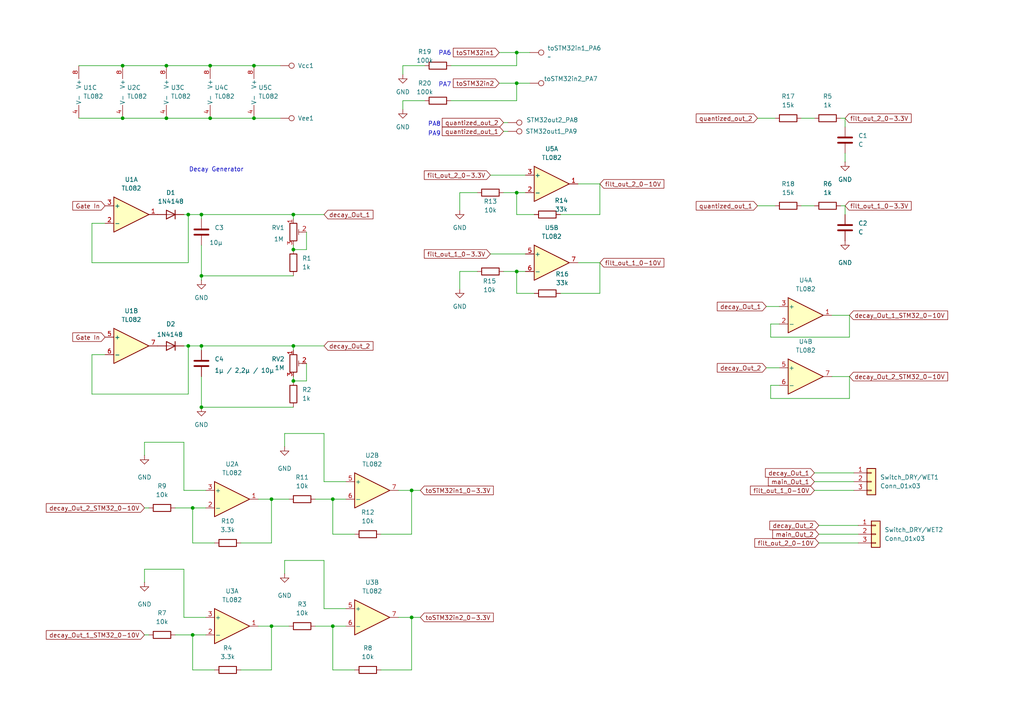
<source format=kicad_sch>
(kicad_sch (version 20250114) (generator "eeschema") (generator_version "9.0")
  (paper "A4")
  (lib_symbols
    (symbol "Amplifier_Operational:TL082" (pin_names (offset 0.127))
      (property "Reference" "U" (at 0 5.08 0))
      (property "Value" "TL082" (at 0 -5.08 0))
      (symbol "TL082_1_1"
        (polyline (pts (xy -5.08 5.08) (xy 5.08 0) (xy -5.08 -5.08) (xy -5.08 5.08)) (stroke (width 0.254)) (fill (type background)))
        (pin input line (at -7.62 2.54 0) (length 2.54) (name "+") (number "3"))
        (pin input line (at -7.62 -2.54 0) (length 2.54) (name "-") (number "2"))
        (pin output line (at 7.62 0 180) (length 2.54) (name "~") (number "1"))
      )
      (symbol "TL082_2_1"
        (polyline (pts (xy -5.08 5.08) (xy 5.08 0) (xy -5.08 -5.08) (xy -5.08 5.08)) (stroke (width 0.254)) (fill (type background)))
        (pin input line (at -7.62 2.54 0) (length 2.54) (name "+") (number "5"))
        (pin input line (at -7.62 -2.54 0) (length 2.54) (name "-") (number "6"))
        (pin output line (at 7.62 0 180) (length 2.54) (name "~") (number "7"))
      )
      (symbol "TL082_3_1"
        (pin power_in line (at -2.54 7.62 270) (length 3.81) (name "V+") (number "8"))
        (pin power_in line (at -2.54 -7.62 90) (length 3.81) (name "V-") (number "4"))
      )
    )
    (symbol "Connector:TestPoint" (pin_numbers (hide yes)) (pin_names (offset 0.762) (hide yes))
      (property "Reference" "TP" (at 0 6.858 0))
      (property "Value" "TestPoint" (at 0 5.08 0))
      (symbol "TestPoint_0_1"
        (circle (center 0 3.302) (radius 0.762))
      )
      (symbol "TestPoint_1_1"
        (pin passive line (at 0 0 90) (length 2.54) (name "1") (number "1"))
      )
    )
    (symbol "Connector_Generic:Conn_01x03" (pin_names (offset 1.016) (hide yes))
      (property "Reference" "J" (at 0 5.08 0))
      (property "Value" "Conn_01x03" (at 0 -5.08 0))
      (symbol "Conn_01x03_1_1"
        (rectangle (start -1.27 3.81) (end 1.27 -3.81) (stroke (width 0.254)) (fill (type background)))
        (rectangle (start -1.27 2.667) (end 0 2.413) (stroke (width 0.1524)))
        (rectangle (start -1.27 0.127) (end 0 -0.127) (stroke (width 0.1524)))
        (rectangle (start -1.27 -2.413) (end 0 -2.667) (stroke (width 0.1524)))
        (pin passive line (at -5.08 2.54 0) (length 3.81) (name "Pin_1") (number "1"))
        (pin passive line (at -5.08 0 0) (length 3.81) (name "Pin_2") (number "2"))
        (pin passive line (at -5.08 -2.54 0) (length 3.81) (name "Pin_3") (number "3"))
      )
    )
    (symbol "Device:C" (pin_numbers (hide yes)) (pin_names (offset 0.254))
      (property "Reference" "C" (at 0.635 2.54 0))
      (property "Value" "C" (at 0.635 -2.54 0))
      (symbol "C_0_1"
        (polyline (pts (xy -2.032 0.762) (xy 2.032 0.762)) (stroke (width 0.508)))
        (polyline (pts (xy -2.032 -0.762) (xy 2.032 -0.762)) (stroke (width 0.508)))
      )
      (symbol "C_1_1"
        (pin passive line (at 0 3.81 270) (length 2.794) (name "~") (number "1"))
        (pin passive line (at 0 -3.81 90) (length 2.794) (name "~") (number "2"))
      )
    )
    (symbol "Device:R" (pin_numbers (hide yes)) (pin_names (offset 0))
      (property "Reference" "R" (at 2.032 0 90))
      (property "Value" "R" (at 0 0 90))
      (symbol "R_0_1"
        (rectangle (start -1.016 -2.54) (end 1.016 2.54) (stroke (width 0.254)))
      )
      (symbol "R_1_1"
        (pin passive line (at 0 3.81 270) (length 1.27) (name "~") (number "1"))
        (pin passive line (at 0 -3.81 90) (length 1.27) (name "~") (number "2"))
      )
    )
    (symbol "Device:R_Potentiometer_Trim" (pin_names (offset 1.016) (hide yes))
      (property "Reference" "RV" (at -4.445 0 90))
      (property "Value" "R_Potentiometer_Trim" (at -2.54 0 90))
      (symbol "R_Potentiometer_Trim_0_1"
        (rectangle (start 1.016 2.54) (end -1.016 -2.54) (stroke (width 0.254)))
        (polyline (pts (xy 1.524 0.762) (xy 1.524 -0.762)))
        (polyline (pts (xy 2.54 0) (xy 1.524 0)))
      )
      (symbol "R_Potentiometer_Trim_1_1"
        (pin passive line (at 0 3.81 270) (length 1.27) (name "1") (number "1"))
        (pin passive line (at 0 -3.81 90) (length 1.27) (name "3") (number "3"))
        (pin passive line (at 3.81 0 180) (length 1.27) (name "2") (number "2"))
      )
    )
    (symbol "Diode:1N4148" (pin_numbers (hide yes)) (pin_names (hide yes))
      (property "Reference" "D" (at 0 2.54 0))
      (property "Value" "1N4148" (at 0 -2.54 0))
      (symbol "1N4148_0_1"
        (polyline (pts (xy -1.27 1.27) (xy -1.27 -1.27)) (stroke (width 0.254)))
        (polyline (pts (xy 1.27 1.27) (xy 1.27 -1.27) (xy -1.27 0) (xy 1.27 1.27)) (stroke (width 0.254)))
        (polyline (pts (xy 1.27 0) (xy -1.27 0)))
      )
      (symbol "1N4148_1_1"
        (pin passive line (at -3.81 0 0) (length 2.54) (name "K") (number "1"))
        (pin passive line (at 3.81 0 180) (length 2.54) (name "A") (number "2"))
      )
    )
    (symbol "power:GND" (power) (pin_numbers (hide yes)) (pin_names (offset 0) (hide yes))
      (property "Value" "GND" (at 0 -3.81 0))
      (symbol "GND_0_1"
        (polyline (pts (xy 0 0) (xy 0 -1.27) (xy 1.27 -1.27) (xy 0 -2.54) (xy -1.27 -1.27) (xy 0 -1.27)))
      )
      (symbol "GND_1_1"
        (pin power_in line (at 0 0 270) (length 0) (name "~") (number "1"))
      )
    )
  )
  (text "PA8\n" (at 125.984 36.068 0) (effects (font (size 1.27 1.27))))
  (text "PA9" (at 125.984 38.862 0) (effects (font (size 1.27 1.27))))
  (text "PA6\n" (at 129.032 15.494 0) (effects (font (size 1.27 1.27))))
  (text "Decay Generator\n" (at 62.738 49.276 0) (effects (font (size 1.27 1.27))))
  (text "PA7\n" (at 129.032 24.638 0) (effects (font (size 1.27 1.27))))
  (junction (at 96.52 181.61))
  (junction (at 55.88 184.15))
  (junction (at 85.09 110.49))
  (junction (at 54.61 62.23))
  (junction (at 119.38 142.24))
  (junction (at 119.38 179.07))
  (junction (at 149.86 55.88))
  (junction (at 85.09 62.23))
  (junction (at 58.42 80.01))
  (junction (at 48.26 19.05))
  (junction (at 96.52 144.78))
  (junction (at 85.09 100.33))
  (junction (at 58.42 62.23))
  (junction (at 60.96 19.05))
  (junction (at 149.86 15.24))
  (junction (at 149.86 78.74))
  (junction (at 149.86 24.13))
  (junction (at 78.74 144.78))
  (junction (at 85.09 72.39))
  (junction (at 55.88 147.32))
  (junction (at 78.74 181.61))
  (junction (at 58.42 118.11))
  (junction (at 54.61 100.33))
  (junction (at 73.66 34.29))
  (junction (at 35.56 34.29))
  (junction (at 48.26 34.29))
  (junction (at 35.56 19.05))
  (junction (at 73.66 19.05))
  (junction (at 58.42 100.33))
  (junction (at 60.96 34.29))
  (wire (pts (xy 60.96 19.05) (xy 73.66 19.05)))
  (wire (pts (xy 223.52 93.98) (xy 223.52 97.79)))
  (wire (pts (xy 55.88 147.32) (xy 55.88 157.48)))
  (wire (pts (xy 119.38 154.94) (xy 119.38 142.24)))
  (wire (pts (xy 58.42 118.11) (xy 85.09 118.11)))
  (wire (pts (xy 96.52 144.78) (xy 96.52 154.94)))
  (wire (pts (xy 85.09 109.22) (xy 85.09 110.49)))
  (wire (pts (xy 245.11 44.45) (xy 245.11 46.99)))
  (wire (pts (xy 91.44 144.78) (xy 96.52 144.78)))
  (wire (pts (xy 60.96 34.29) (xy 73.66 34.29)))
  (wire (pts (xy 96.52 181.61) (xy 96.52 194.31)))
  (wire (pts (xy 35.56 34.29) (xy 48.26 34.29)))
  (wire (pts (xy 58.42 109.22) (xy 58.42 118.11)))
  (wire (pts (xy 246.38 109.22) (xy 241.3 109.22)))
  (wire (pts (xy 149.86 24.13) (xy 144.78 24.13)))
  (wire (pts (xy 53.34 165.1) (xy 53.34 179.07)))
  (wire (pts (xy 26.67 114.3) (xy 26.67 102.87)))
  (wire (pts (xy 219.71 34.29) (xy 224.79 34.29)))
  (wire (pts (xy 82.55 162.56) (xy 93.98 162.56)))
  (wire (pts (xy 22.86 34.29) (xy 35.56 34.29)))
  (wire (pts (xy 119.38 179.07) (xy 115.57 179.07)))
  (wire (pts (xy 223.52 115.57) (xy 246.38 115.57)))
  (wire (pts (xy 58.42 100.33) (xy 58.42 101.6)))
  (wire (pts (xy 78.74 144.78) (xy 83.82 144.78)))
  (wire (pts (xy 119.38 142.24) (xy 115.57 142.24)))
  (wire (pts (xy 146.05 55.88) (xy 149.86 55.88)))
  (wire (pts (xy 149.86 55.88) (xy 152.4 55.88)))
  (wire (pts (xy 53.34 142.24) (xy 59.69 142.24)))
  (wire (pts (xy 246.38 115.57) (xy 246.38 109.22)))
  (wire (pts (xy 116.84 29.21) (xy 123.19 29.21)))
  (wire (pts (xy 41.91 184.15) (xy 43.18 184.15)))
  (wire (pts (xy 55.88 184.15) (xy 59.69 184.15)))
  (wire (pts (xy 82.55 166.37) (xy 82.55 162.56)))
  (wire (pts (xy 223.52 111.76) (xy 223.52 115.57)))
  (wire (pts (xy 53.34 100.33) (xy 54.61 100.33)))
  (wire (pts (xy 142.24 73.66) (xy 152.4 73.66)))
  (wire (pts (xy 60.96 34.29) (xy 48.26 34.29)))
  (wire (pts (xy 41.91 128.27) (xy 53.34 128.27)))
  (wire (pts (xy 26.67 76.2) (xy 26.67 64.77)))
  (wire (pts (xy 130.81 29.21) (xy 149.86 29.21)))
  (wire (pts (xy 149.86 85.09) (xy 154.94 85.09)))
  (wire (pts (xy 69.85 194.31) (xy 78.74 194.31)))
  (wire (pts (xy 110.49 194.31) (xy 119.38 194.31)))
  (wire (pts (xy 149.86 78.74) (xy 152.4 78.74)))
  (wire (pts (xy 246.38 97.79) (xy 246.38 91.44)))
  (wire (pts (xy 69.85 157.48) (xy 78.74 157.48)))
  (wire (pts (xy 119.38 194.31) (xy 119.38 179.07)))
  (wire (pts (xy 58.42 62.23) (xy 58.42 63.5)))
  (wire (pts (xy 78.74 181.61) (xy 74.93 181.61)))
  (wire (pts (xy 55.88 157.48) (xy 62.23 157.48)))
  (wire (pts (xy 88.9 105.41) (xy 88.9 110.49)))
  (wire (pts (xy 222.25 88.9) (xy 226.06 88.9)))
  (wire (pts (xy 58.42 62.23) (xy 85.09 62.23)))
  (wire (pts (xy 73.66 19.05) (xy 81.28 19.05)))
  (wire (pts (xy 55.88 147.32) (xy 59.69 147.32)))
  (wire (pts (xy 91.44 181.61) (xy 96.52 181.61)))
  (wire (pts (xy 53.34 179.07) (xy 59.69 179.07)))
  (wire (pts (xy 58.42 80.01) (xy 58.42 81.28)))
  (wire (pts (xy 153.67 15.24) (xy 149.86 15.24)))
  (wire (pts (xy 153.67 24.13) (xy 149.86 24.13)))
  (wire (pts (xy 88.9 110.49) (xy 85.09 110.49)))
  (wire (pts (xy 130.81 19.05) (xy 149.86 19.05)))
  (wire (pts (xy 78.74 144.78) (xy 74.93 144.78)))
  (wire (pts (xy 54.61 100.33) (xy 54.61 114.3)))
  (wire (pts (xy 96.52 144.78) (xy 100.33 144.78)))
  (wire (pts (xy 26.67 102.87) (xy 30.48 102.87)))
  (wire (pts (xy 149.86 15.24) (xy 149.86 19.05)))
  (wire (pts (xy 55.88 184.15) (xy 55.88 194.31)))
  (wire (pts (xy 237.49 152.4) (xy 248.92 152.4)))
  (wire (pts (xy 54.61 100.33) (xy 58.42 100.33)))
  (wire (pts (xy 173.99 62.23) (xy 173.99 53.34)))
  (wire (pts (xy 96.52 181.61) (xy 100.33 181.61)))
  (wire (pts (xy 245.11 59.69) (xy 245.11 62.23)))
  (wire (pts (xy 93.98 162.56) (xy 93.98 176.53)))
  (wire (pts (xy 85.09 71.12) (xy 85.09 72.39)))
  (wire (pts (xy 236.22 139.7) (xy 247.65 139.7)))
  (wire (pts (xy 119.38 179.07) (xy 121.92 179.07)))
  (wire (pts (xy 96.52 154.94) (xy 102.87 154.94)))
  (wire (pts (xy 78.74 194.31) (xy 78.74 181.61)))
  (wire (pts (xy 138.43 55.88) (xy 133.35 55.88)))
  (wire (pts (xy 222.25 106.68) (xy 226.06 106.68)))
  (wire (pts (xy 41.91 147.32) (xy 43.18 147.32)))
  (wire (pts (xy 245.11 34.29) (xy 245.11 36.83)))
  (wire (pts (xy 226.06 111.76) (xy 223.52 111.76)))
  (wire (pts (xy 232.41 59.69) (xy 236.22 59.69)))
  (wire (pts (xy 133.35 55.88) (xy 133.35 60.96)))
  (wire (pts (xy 26.67 64.77) (xy 30.48 64.77)))
  (wire (pts (xy 93.98 176.53) (xy 100.33 176.53)))
  (wire (pts (xy 116.84 19.05) (xy 123.19 19.05)))
  (wire (pts (xy 82.55 129.54) (xy 82.55 125.73)))
  (wire (pts (xy 116.84 21.59) (xy 116.84 19.05)))
  (wire (pts (xy 223.52 97.79) (xy 246.38 97.79)))
  (wire (pts (xy 232.41 34.29) (xy 236.22 34.29)))
  (wire (pts (xy 88.9 72.39) (xy 85.09 72.39)))
  (wire (pts (xy 236.22 137.16) (xy 247.65 137.16)))
  (wire (pts (xy 82.55 125.73) (xy 93.98 125.73)))
  (wire (pts (xy 22.86 19.05) (xy 35.56 19.05)))
  (wire (pts (xy 237.49 157.48) (xy 248.92 157.48)))
  (wire (pts (xy 146.05 78.74) (xy 149.86 78.74)))
  (wire (pts (xy 53.34 128.27) (xy 53.34 142.24)))
  (wire (pts (xy 93.98 125.73) (xy 93.98 139.7)))
  (wire (pts (xy 54.61 62.23) (xy 54.61 76.2)))
  (wire (pts (xy 54.61 114.3) (xy 26.67 114.3)))
  (wire (pts (xy 58.42 80.01) (xy 85.09 80.01)))
  (wire (pts (xy 116.84 31.75) (xy 116.84 29.21)))
  (wire (pts (xy 173.99 76.2) (xy 167.64 76.2)))
  (wire (pts (xy 41.91 165.1) (xy 53.34 165.1)))
  (wire (pts (xy 55.88 194.31) (xy 62.23 194.31)))
  (wire (pts (xy 149.86 24.13) (xy 149.86 29.21)))
  (wire (pts (xy 241.3 91.44) (xy 246.38 91.44)))
  (wire (pts (xy 85.09 62.23) (xy 85.09 63.5)))
  (wire (pts (xy 54.61 76.2) (xy 26.67 76.2)))
  (wire (pts (xy 149.86 62.23) (xy 154.94 62.23)))
  (wire (pts (xy 219.71 59.69) (xy 224.79 59.69)))
  (wire (pts (xy 88.9 67.31) (xy 88.9 72.39)))
  (wire (pts (xy 41.91 168.91) (xy 41.91 165.1)))
  (wire (pts (xy 149.86 55.88) (xy 149.86 62.23)))
  (wire (pts (xy 35.56 19.05) (xy 48.26 19.05)))
  (wire (pts (xy 73.66 34.29) (xy 81.28 34.29)))
  (wire (pts (xy 121.92 142.24) (xy 119.38 142.24)))
  (wire (pts (xy 237.49 154.94) (xy 248.92 154.94)))
  (wire (pts (xy 50.8 184.15) (xy 55.88 184.15)))
  (wire (pts (xy 58.42 100.33) (xy 85.09 100.33)))
  (wire (pts (xy 54.61 62.23) (xy 58.42 62.23)))
  (wire (pts (xy 85.09 100.33) (xy 93.98 100.33)))
  (wire (pts (xy 50.8 147.32) (xy 55.88 147.32)))
  (wire (pts (xy 226.06 93.98) (xy 223.52 93.98)))
  (wire (pts (xy 96.52 194.31) (xy 102.87 194.31)))
  (wire (pts (xy 173.99 85.09) (xy 173.99 76.2)))
  (wire (pts (xy 133.35 78.74) (xy 133.35 83.82)))
  (wire (pts (xy 53.34 62.23) (xy 54.61 62.23)))
  (wire (pts (xy 41.91 132.08) (xy 41.91 128.27)))
  (wire (pts (xy 138.43 78.74) (xy 133.35 78.74)))
  (wire (pts (xy 162.56 62.23) (xy 173.99 62.23)))
  (wire (pts (xy 78.74 157.48) (xy 78.74 144.78)))
  (wire (pts (xy 78.74 181.61) (xy 83.82 181.61)))
  (wire (pts (xy 146.05 35.56) (xy 147.32 35.56)))
  (wire (pts (xy 243.84 59.69) (xy 245.11 59.69)))
  (wire (pts (xy 173.99 53.34) (xy 167.64 53.34)))
  (wire (pts (xy 58.42 71.12) (xy 58.42 80.01)))
  (wire (pts (xy 85.09 100.33) (xy 85.09 101.6)))
  (wire (pts (xy 149.86 15.24) (xy 144.78 15.24)))
  (wire (pts (xy 149.86 78.74) (xy 149.86 85.09)))
  (wire (pts (xy 243.84 34.29) (xy 245.11 34.29)))
  (wire (pts (xy 60.96 19.05) (xy 48.26 19.05)))
  (wire (pts (xy 85.09 62.23) (xy 93.98 62.23)))
  (wire (pts (xy 146.05 38.1) (xy 147.32 38.1)))
  (wire (pts (xy 142.24 50.8) (xy 152.4 50.8)))
  (wire (pts (xy 93.98 139.7) (xy 100.33 139.7)))
  (wire (pts (xy 110.49 154.94) (xy 119.38 154.94)))
  (wire (pts (xy 236.22 142.24) (xy 247.65 142.24)))
  (wire (pts (xy 162.56 85.09) (xy 173.99 85.09)))
  (global_label "filt_out_1_0-10V" (shape input) (at 173.99 76.2 0) (property "Intersheetrefs" "${INTERSHEET_REFS}" (effects (hide yes))))
  (global_label "decay_Out_1" (shape input) (at 222.25 88.9 180) (property "Intersheetrefs" "${INTERSHEET_REFS}" (effects (hide yes))))
  (global_label "toSTM32in1_0-3.3V" (shape input) (at 121.92 142.24 0) (property "Intersheetrefs" "${INTERSHEET_REFS}" (effects (hide yes))))
  (global_label "toSTM32in2" (shape input) (at 144.78 24.13 180) (property "Intersheetrefs" "${INTERSHEET_REFS}" (effects (hide yes))))
  (global_label "filt_out_1_0-3.3V" (shape input) (at 245.11 59.69 0) (property "Intersheetrefs" "${INTERSHEET_REFS}" (effects (hide yes))))
  (global_label "quantized_out_2" (shape input) (at 219.71 34.29 180) (property "Intersheetrefs" "${INTERSHEET_REFS}" (effects (hide yes))))
  (global_label "decay_Out_2_STM32_0-10V" (shape input) (at 41.91 147.32 180) (property "Intersheetrefs" "${INTERSHEET_REFS}" (effects (hide yes))))
  (global_label "decay_Out_1" (shape input) (at 93.98 62.23 0) (property "Intersheetrefs" "${INTERSHEET_REFS}" (effects (hide yes))))
  (global_label "decay_Out_2" (shape input) (at 222.25 106.68 180) (property "Intersheetrefs" "${INTERSHEET_REFS}" (effects (hide yes))))
  (global_label "decay_Out_2" (shape input) (at 237.49 152.4 180) (property "Intersheetrefs" "${INTERSHEET_REFS}" (effects (hide yes))))
  (global_label "main_Out_2" (shape input) (at 237.49 154.94 180) (property "Intersheetrefs" "${INTERSHEET_REFS}" (effects (hide yes))))
  (global_label "toSTM32in1" (shape input) (at 144.78 15.24 180) (property "Intersheetrefs" "${INTERSHEET_REFS}" (effects (hide yes))))
  (global_label "filt_out_2_0-10V" (shape input) (at 237.49 157.48 180) (property "Intersheetrefs" "${INTERSHEET_REFS}" (effects (hide yes))))
  (global_label "decay_Out_2_STM32_0-10V" (shape input) (at 246.38 109.22 0) (property "Intersheetrefs" "${INTERSHEET_REFS}" (effects (hide yes))))
  (global_label "filt_out_2_0-3.3V" (shape input) (at 142.24 50.8 180) (property "Intersheetrefs" "${INTERSHEET_REFS}" (effects (hide yes))))
  (global_label "quantized_out_2" (shape input) (at 146.05 35.56 180) (property "Intersheetrefs" "${INTERSHEET_REFS}" (effects (hide yes))))
  (global_label "Gate In" (shape input) (at 30.48 59.69 180) (property "Intersheetrefs" "${INTERSHEET_REFS}" (effects (hide yes))))
  (global_label "decay_Out_2" (shape input) (at 93.98 100.33 0) (property "Intersheetrefs" "${INTERSHEET_REFS}" (effects (hide yes))))
  (global_label "toSTM32in2_0-3.3V" (shape input) (at 121.92 179.07 0) (property "Intersheetrefs" "${INTERSHEET_REFS}" (effects (hide yes))))
  (global_label "filt_out_1_0-10V" (shape input) (at 236.22 142.24 180) (property "Intersheetrefs" "${INTERSHEET_REFS}" (effects (hide yes))))
  (global_label "decay_Out_1_STM32_0-10V" (shape input) (at 246.38 91.44 0) (property "Intersheetrefs" "${INTERSHEET_REFS}" (effects (hide yes))))
  (global_label "filt_out_2_0-3.3V" (shape input) (at 245.11 34.29 0) (property "Intersheetrefs" "${INTERSHEET_REFS}" (effects (hide yes))))
  (global_label "decay_Out_1_STM32_0-10V" (shape input) (at 41.91 184.15 180) (property "Intersheetrefs" "${INTERSHEET_REFS}" (effects (hide yes))))
  (global_label "quantized_out_1" (shape input) (at 146.05 38.1 180) (property "Intersheetrefs" "${INTERSHEET_REFS}" (effects (hide yes))))
  (global_label "Gate In" (shape input) (at 30.48 97.79 180) (property "Intersheetrefs" "${INTERSHEET_REFS}" (effects (hide yes))))
  (global_label "quantized_out_1" (shape input) (at 219.71 59.69 180) (property "Intersheetrefs" "${INTERSHEET_REFS}" (effects (hide yes))))
  (global_label "decay_Out_1" (shape input) (at 236.22 137.16 180) (property "Intersheetrefs" "${INTERSHEET_REFS}" (effects (hide yes))))
  (global_label "filt_out_2_0-10V" (shape input) (at 173.99 53.34 0) (property "Intersheetrefs" "${INTERSHEET_REFS}" (effects (hide yes))))
  (global_label "main_Out_1" (shape input) (at 236.22 139.7 180) (property "Intersheetrefs" "${INTERSHEET_REFS}" (effects (hide yes))))
  (global_label "filt_out_1_0-3.3V" (shape input) (at 142.24 73.66 180) (property "Intersheetrefs" "${INTERSHEET_REFS}" (effects (hide yes))))
  (symbol (lib_id "Connector_Generic:Conn_01x03") (at 252.73 139.7 0) (unit 1)
    (property "Reference" "Switch_DRY/WET1" (at 255.27 138.4299 0) (effects (justify left)))
    (property "Value" "Conn_01x03" (at 255.27 140.9699 0) (effects (justify left)))
    (property "Footprint" "Connector_Wire:SolderWire-0.5sqmm_1x03_P4.6mm_D0.9mm_OD2.1mm" (effects (hide yes)))
    (property "Description" "Generic connector, single row, 01x03, script generated (kicad-library-utils/schlib/autogen/connector/)" (effects (hide yes)))
  )
  (symbol (lib_id "Device:R_Potentiometer_Trim") (at 85.09 67.31 0) (unit 1)
    (property "Reference" "RV1" (at 82.55 66.0399 0) (effects (justify right)))
    (property "Value" "1M" (at 82.296 69.342 0) (effects (justify right)))
    (property "Footprint" "Resistor_THT:R_Axial_DIN0204_L3.6mm_D1.6mm_P1.90mm_Vertical" (effects (hide yes)))
    (property "Description" "Trim-potentiometer" (effects (hide yes)))
  )
  (symbol (lib_id "Device:C") (at 58.42 67.31 0) (unit 1)
    (property "Reference" "C3" (at 62.23 66.0399 0) (effects (justify left)))
    (property "Value" "10µ" (at 60.706 70.358 0) (effects (justify left)))
    (property "Footprint" "Capacitor_THT:C_Axial_L3.8mm_D2.6mm_P7.50mm_Horizontal" (effects (hide yes)))
    (property "Description" "Unpolarized capacitor" (effects (hide yes)))
  )
  (symbol (lib_id "Device:R") (at 87.63 181.61 90) (unit 1)
    (property "Reference" "R3" (at 87.63 175.26 90))
    (property "Value" "10k" (at 87.63 177.8 90))
    (property "Footprint" "Resistor_THT:R_Axial_DIN0204_L3.6mm_D1.6mm_P5.08mm_Horizontal" (effects (hide yes)))
    (property "Description" "Resistor" (effects (hide yes)))
  )
  (symbol (lib_id "Device:R_Potentiometer_Trim") (at 85.09 105.41 0) (unit 1)
    (property "Reference" "RV2" (at 82.55 104.1399 0) (effects (justify right)))
    (property "Value" "1M" (at 82.55 106.68 0) (effects (justify right)))
    (property "Footprint" "Resistor_THT:R_Axial_DIN0204_L3.6mm_D1.6mm_P1.90mm_Vertical" (effects (hide yes)))
    (property "Description" "Trim-potentiometer" (effects (hide yes)))
  )
  (symbol (lib_id "Device:R") (at 228.6 34.29 90) (unit 1)
    (property "Reference" "R17" (at 228.6 27.94 90))
    (property "Value" "15k" (at 228.6 30.48 90))
    (property "Footprint" "Resistor_THT:R_Axial_DIN0204_L3.6mm_D1.6mm_P5.08mm_Horizontal" (effects (hide yes)))
    (property "Description" "Resistor" (effects (hide yes)))
  )
  (symbol (lib_id "Amplifier_Operational:TL082") (at 25.4 26.67 0) (unit 3)
    (property "Reference" "U1" (at 24.13 25.3999 0) (effects (justify left)))
    (property "Value" "TL082" (at 24.13 27.9399 0) (effects (justify left)))
    (property "Footprint" "Package_DIP:DIP-8_W7.62mm_LongPads" (effects (hide yes)))
    (property "Datasheet" "http://www.ti.com/lit/ds/symlink/tl081.pdf" (effects (hide yes)))
    (property "Description" "Dual JFET-Input Operational Amplifiers, DIP-8/SOIC-8/SSOP-8" (effects (hide yes)))
  )
  (symbol (lib_id "Device:C") (at 58.42 105.41 0) (unit 1)
    (property "Reference" "C4" (at 62.23 104.1399 0) (effects (justify left)))
    (property "Value" "1µ / 2,2µ / 10µ" (at 62.23 107.442 0) (effects (justify left)))
    (property "Footprint" "Capacitor_THT:C_Axial_L3.8mm_D2.6mm_P7.50mm_Horizontal" (effects (hide yes)))
    (property "Description" "Unpolarized capacitor" (effects (hide yes)))
  )
  (symbol (lib_id "power:GND") (at 133.35 83.82 0) (unit 1)
    (property "Reference" "#PWR06" (effects (hide yes)))
    (property "Value" "GND" (at 133.35 88.9 0))
    (property "Description" "Power symbol creates a global label with name \"GND\" , ground" (effects (hide yes)))
  )
  (symbol (lib_id "Device:R") (at 66.04 194.31 90) (unit 1)
    (property "Reference" "R4" (at 66.04 187.96 90))
    (property "Value" "3.3k" (at 66.04 190.5 90))
    (property "Footprint" "Resistor_THT:R_Axial_DIN0204_L3.6mm_D1.6mm_P5.08mm_Horizontal" (effects (hide yes)))
    (property "Description" "Resistor" (effects (hide yes)))
  )
  (symbol (lib_id "Connector:TestPoint") (at 81.28 34.29 270) (unit 1)
    (property "Reference" "Vee1" (at 86.36 34.2899 90) (effects (justify left)))
    (property "Value" "TestPoint" (effects (hide yes)))
    (property "Footprint" "Connector_Pin:Pin_D1.0mm_L10.0mm" (effects (hide yes)))
    (property "Description" "test point" (effects (hide yes)))
  )
  (symbol (lib_id "Amplifier_Operational:TL082") (at 63.5 26.67 0) (unit 3)
    (property "Reference" "U4" (at 62.23 25.3999 0) (effects (justify left)))
    (property "Value" "TL082" (at 62.23 27.9399 0) (effects (justify left)))
    (property "Footprint" "Package_DIP:DIP-8_W7.62mm_LongPads" (effects (hide yes)))
    (property "Datasheet" "http://www.ti.com/lit/ds/symlink/tl081.pdf" (effects (hide yes)))
    (property "Description" "Dual JFET-Input Operational Amplifiers, DIP-8/SOIC-8/SSOP-8" (effects (hide yes)))
  )
  (symbol (lib_id "Device:R") (at 46.99 147.32 90) (unit 1)
    (property "Reference" "R9" (at 46.99 140.97 90))
    (property "Value" "10k" (at 46.99 143.51 90))
    (property "Footprint" "Resistor_THT:R_Axial_DIN0204_L3.6mm_D1.6mm_P5.08mm_Horizontal" (effects (hide yes)))
    (property "Description" "Resistor" (effects (hide yes)))
  )
  (symbol (lib_id "Connector:TestPoint") (at 153.67 24.13 270) (unit 1)
    (property "Reference" "toSTM32in2_PA7" (at 157.734 22.86 90) (effects (justify left)))
    (property "Value" "TestPoint" (effects (hide yes)))
    (property "Footprint" "Connector_Pin:Pin_D1.0mm_L10.0mm" (effects (hide yes)))
    (property "Description" "test point" (effects (hide yes)))
  )
  (symbol (lib_id "Connector_Generic:Conn_01x03") (at 254 154.94 0) (unit 1)
    (property "Reference" "Switch_DRY/WET2" (at 256.54 153.6699 0) (effects (justify left)))
    (property "Value" "Conn_01x03" (at 256.54 156.2099 0) (effects (justify left)))
    (property "Footprint" "Connector_Wire:SolderWire-0.5sqmm_1x03_P4.6mm_D0.9mm_OD2.1mm" (effects (hide yes)))
    (property "Description" "Generic connector, single row, 01x03, script generated (kicad-library-utils/schlib/autogen/connector/)" (effects (hide yes)))
  )
  (symbol (lib_id "Connector:TestPoint") (at 147.32 38.1 270) (unit 1)
    (property "Reference" "STM32out1_PA9" (at 152.4 38.0999 90) (effects (justify left)))
    (property "Value" "TestPoint" (effects (hide yes)))
    (property "Footprint" "Connector_Pin:Pin_D1.0mm_L10.0mm" (effects (hide yes)))
    (property "Description" "test point" (effects (hide yes)))
  )
  (symbol (lib_id "Device:R") (at 142.24 78.74 90) (unit 1)
    (property "Reference" "R15" (at 141.986 81.534 90))
    (property "Value" "10k" (at 141.986 84.074 90))
    (property "Footprint" "Resistor_THT:R_Axial_DIN0204_L3.6mm_D1.6mm_P5.08mm_Horizontal" (effects (hide yes)))
    (property "Description" "Resistor" (effects (hide yes)))
  )
  (symbol (lib_id "Connector:TestPoint") (at 147.32 35.56 270) (unit 1)
    (property "Reference" "STM32out2_PA8" (at 152.654 34.798 90) (effects (justify left)))
    (property "Value" "TestPoint" (effects (hide yes)))
    (property "Footprint" "Connector_Pin:Pin_D1.0mm_L10.0mm" (effects (hide yes)))
    (property "Description" "test point" (effects (hide yes)))
  )
  (symbol (lib_id "Device:R") (at 85.09 114.3 0) (unit 1)
    (property "Reference" "R2" (at 87.63 113.0299 0) (effects (justify left)))
    (property "Value" "1k" (at 87.63 115.5699 0) (effects (justify left)))
    (property "Footprint" "Resistor_THT:R_Axial_DIN0204_L3.6mm_D1.6mm_P5.08mm_Horizontal" (effects (hide yes)))
    (property "Description" "Resistor" (effects (hide yes)))
  )
  (symbol (lib_id "Device:R") (at 46.99 184.15 90) (unit 1)
    (property "Reference" "R7" (at 46.99 177.8 90))
    (property "Value" "10k" (at 46.99 180.34 90))
    (property "Footprint" "Resistor_THT:R_Axial_DIN0204_L3.6mm_D1.6mm_P5.08mm_Horizontal" (effects (hide yes)))
    (property "Description" "Resistor" (effects (hide yes)))
  )
  (symbol (lib_id "Amplifier_Operational:TL082") (at 76.2 26.67 0) (unit 3)
    (property "Reference" "U5" (at 74.93 25.3999 0) (effects (justify left)))
    (property "Value" "TL082" (at 74.93 27.9399 0) (effects (justify left)))
    (property "Footprint" "Package_DIP:DIP-8_W7.62mm_LongPads" (effects (hide yes)))
    (property "Datasheet" "http://www.ti.com/lit/ds/symlink/tl081.pdf" (effects (hide yes)))
    (property "Description" "Dual JFET-Input Operational Amplifiers, DIP-8/SOIC-8/SSOP-8" (effects (hide yes)))
  )
  (symbol (lib_id "Device:R") (at 106.68 194.31 90) (unit 1)
    (property "Reference" "R8" (at 106.68 187.96 90))
    (property "Value" "10k" (at 106.68 190.5 90))
    (property "Footprint" "Resistor_THT:R_Axial_DIN0204_L3.6mm_D1.6mm_P5.08mm_Horizontal" (effects (hide yes)))
    (property "Description" "Resistor" (effects (hide yes)))
  )
  (symbol (lib_id "Device:R") (at 127 29.21 90) (unit 1)
    (property "Reference" "R20" (at 123.19 24.13 90))
    (property "Value" "100k" (at 123.19 26.67 90))
    (property "Footprint" "Resistor_THT:R_Axial_DIN0204_L3.6mm_D1.6mm_P5.08mm_Horizontal" (effects (hide yes)))
    (property "Description" "Resistor" (effects (hide yes)))
  )
  (symbol (lib_id "Device:R") (at 66.04 157.48 90) (unit 1)
    (property "Reference" "R10" (at 66.04 151.13 90))
    (property "Value" "3.3k" (at 66.04 153.67 90))
    (property "Footprint" "Resistor_THT:R_Axial_DIN0204_L3.6mm_D1.6mm_P5.08mm_Horizontal" (effects (hide yes)))
    (property "Description" "Resistor" (effects (hide yes)))
  )
  (symbol (lib_id "Amplifier_Operational:TL082") (at 67.31 181.61 0) (unit 1)
    (property "Reference" "U3" (at 67.31 171.45 0))
    (property "Value" "TL082" (at 67.31 173.99 0))
    (property "Footprint" "Package_DIP:DIP-8_W7.62mm_LongPads" (effects (hide yes)))
    (property "Datasheet" "http://www.ti.com/lit/ds/symlink/tl081.pdf" (effects (hide yes)))
    (property "Description" "Dual JFET-Input Operational Amplifiers, DIP-8/SOIC-8/SSOP-8" (effects (hide yes)))
  )
  (symbol (lib_id "Device:R") (at 85.09 76.2 0) (unit 1)
    (property "Reference" "R1" (at 87.63 74.9299 0) (effects (justify left)))
    (property "Value" "1k" (at 87.63 77.4699 0) (effects (justify left)))
    (property "Footprint" "Resistor_THT:R_Axial_DIN0204_L3.6mm_D1.6mm_P5.08mm_Horizontal" (effects (hide yes)))
    (property "Description" "Resistor" (effects (hide yes)))
  )
  (symbol (lib_id "Device:R") (at 240.03 59.69 90) (unit 1)
    (property "Reference" "R6" (at 240.03 53.34 90))
    (property "Value" "1k" (at 240.03 55.88 90))
    (property "Footprint" "Resistor_THT:R_Axial_DIN0204_L3.6mm_D1.6mm_P5.08mm_Horizontal" (effects (hide yes)))
    (property "Description" "Resistor" (effects (hide yes)))
  )
  (symbol (lib_id "Device:R") (at 127 19.05 270) (unit 1)
    (property "Reference" "R19" (at 123.19 14.986 90))
    (property "Value" "100k" (at 123.19 17.526 90))
    (property "Footprint" "Resistor_THT:R_Axial_DIN0204_L3.6mm_D1.6mm_P5.08mm_Horizontal" (effects (hide yes)))
    (property "Description" "Resistor" (effects (hide yes)))
  )
  (symbol (lib_id "Device:R") (at 228.6 59.69 90) (unit 1)
    (property "Reference" "R18" (at 228.6 53.34 90))
    (property "Value" "15k" (at 228.6 55.88 90))
    (property "Footprint" "Resistor_THT:R_Axial_DIN0204_L3.6mm_D1.6mm_P5.08mm_Horizontal" (effects (hide yes)))
    (property "Description" "Resistor" (effects (hide yes)))
  )
  (symbol (lib_id "Amplifier_Operational:TL082") (at 38.1 100.33 0) (unit 2)
    (property "Reference" "U1" (at 38.1 90.17 0))
    (property "Value" "TL082" (at 38.1 92.71 0))
    (property "Footprint" "Package_DIP:DIP-8_W7.62mm_LongPads" (effects (hide yes)))
    (property "Datasheet" "http://www.ti.com/lit/ds/symlink/tl081.pdf" (effects (hide yes)))
    (property "Description" "Dual JFET-Input Operational Amplifiers, DIP-8/SOIC-8/SSOP-8" (effects (hide yes)))
  )
  (symbol (lib_id "Connector:TestPoint") (at 153.67 15.24 270) (unit 1)
    (property "Reference" "toSTM32in1_PA6" (at 158.75 13.9699 90) (effects (justify left)))
    (property "Value" "~" (at 158.75 16.5099 90) (effects (justify left)))
    (property "Footprint" "Connector_Pin:Pin_D1.0mm_L10.0mm" (effects (hide yes)))
    (property "Description" "test point" (effects (hide yes)))
  )
  (symbol (lib_id "Amplifier_Operational:TL082") (at 160.02 53.34 0) (unit 1)
    (property "Reference" "U5" (at 160.02 43.18 0))
    (property "Value" "TL082" (at 160.02 45.72 0))
    (property "Footprint" "Package_DIP:DIP-8_W7.62mm_LongPads" (effects (hide yes)))
    (property "Datasheet" "http://www.ti.com/lit/ds/symlink/tl081.pdf" (effects (hide yes)))
    (property "Description" "Dual JFET-Input Operational Amplifiers, DIP-8/SOIC-8/SSOP-8" (effects (hide yes)))
  )
  (symbol (lib_id "Diode:1N4148") (at 49.53 100.33 180) (unit 1)
    (property "Reference" "D2" (at 49.53 93.98 0))
    (property "Value" "1N4148" (at 49.276 97.028 0))
    (property "Footprint" "Diode_THT:D_DO-35_SOD27_P7.62mm_Horizontal" (effects (hide yes)))
    (property "Datasheet" "https://assets.nexperia.com/documents/data-sheet/1N4148_1N4448.pdf" (effects (hide yes)))
    (property "Description" "100V 0.15A standard switching diode, DO-35" (effects (hide yes)))
    (property "Sim.Device" "D" (effects (hide yes)))
    (property "Sim.Pins" "1=K 2=A" (effects (hide yes)))
  )
  (symbol (lib_id "Connector:TestPoint") (at 81.28 19.05 270) (unit 1)
    (property "Reference" "Vcc1" (at 86.36 19.0499 90) (effects (justify left)))
    (property "Value" "TestPoint" (effects (hide yes)))
    (property "Footprint" "Connector_Pin:Pin_D1.0mm_L10.0mm" (effects (hide yes)))
    (property "Description" "test point" (effects (hide yes)))
  )
  (symbol (lib_id "Device:C") (at 245.11 66.04 0) (unit 1)
    (property "Reference" "C2" (at 248.92 64.7699 0) (effects (justify left)))
    (property "Value" "C" (at 248.92 67.3099 0) (effects (justify left)))
    (property "Footprint" "Capacitor_THT:C_Axial_L3.8mm_D2.6mm_P7.50mm_Horizontal" (effects (hide yes)))
    (property "Description" "Unpolarized capacitor" (effects (hide yes)))
  )
  (symbol (lib_id "Amplifier_Operational:TL082") (at 160.02 76.2 0) (unit 2)
    (property "Reference" "U5" (at 160.02 66.04 0))
    (property "Value" "TL082" (at 160.02 68.58 0))
    (property "Footprint" "Package_DIP:DIP-8_W7.62mm_LongPads" (effects (hide yes)))
    (property "Datasheet" "http://www.ti.com/lit/ds/symlink/tl081.pdf" (effects (hide yes)))
    (property "Description" "Dual JFET-Input Operational Amplifiers, DIP-8/SOIC-8/SSOP-8" (effects (hide yes)))
  )
  (symbol (lib_id "Device:R") (at 87.63 144.78 90) (unit 1)
    (property "Reference" "R11" (at 87.63 138.43 90))
    (property "Value" "10k" (at 87.63 140.97 90))
    (property "Footprint" "Resistor_THT:R_Axial_DIN0204_L3.6mm_D1.6mm_P7.62mm_Horizontal" (effects (hide yes)))
    (property "Description" "Resistor" (effects (hide yes)))
  )
  (symbol (lib_id "Device:R") (at 240.03 34.29 90) (unit 1)
    (property "Reference" "R5" (at 240.03 27.94 90))
    (property "Value" "1k" (at 240.03 30.48 90))
    (property "Footprint" "Resistor_THT:R_Axial_DIN0204_L3.6mm_D1.6mm_P5.08mm_Horizontal" (effects (hide yes)))
    (property "Description" "Resistor" (effects (hide yes)))
  )
  (symbol (lib_id "Amplifier_Operational:TL082") (at 38.1 26.67 0) (unit 3)
    (property "Reference" "U2" (at 36.83 25.3999 0) (effects (justify left)))
    (property "Value" "TL082" (at 36.83 27.9399 0) (effects (justify left)))
    (property "Footprint" "Package_DIP:DIP-8_W7.62mm_LongPads" (effects (hide yes)))
    (property "Datasheet" "http://www.ti.com/lit/ds/symlink/tl081.pdf" (effects (hide yes)))
    (property "Description" "Dual JFET-Input Operational Amplifiers, DIP-8/SOIC-8/SSOP-8" (effects (hide yes)))
  )
  (symbol (lib_id "power:GND") (at 82.55 129.54 0) (unit 1)
    (property "Reference" "#PWR04" (effects (hide yes)))
    (property "Value" "GND" (at 82.55 135.89 0))
    (property "Description" "Power symbol creates a global label with name \"GND\" , ground" (effects (hide yes)))
  )
  (symbol (lib_id "Diode:1N4148") (at 49.53 62.23 180) (unit 1)
    (property "Reference" "D1" (at 49.53 55.88 0))
    (property "Value" "1N4148" (at 49.53 58.42 0))
    (property "Footprint" "Diode_THT:D_DO-35_SOD27_P7.62mm_Horizontal" (effects (hide yes)))
    (property "Datasheet" "https://assets.nexperia.com/documents/data-sheet/1N4148_1N4448.pdf" (effects (hide yes)))
    (property "Description" "100V 0.15A standard switching diode, DO-35" (effects (hide yes)))
    (property "Sim.Device" "D" (effects (hide yes)))
    (property "Sim.Pins" "1=K 2=A" (effects (hide yes)))
  )
  (symbol (lib_id "Amplifier_Operational:TL082") (at 67.31 144.78 0) (unit 1)
    (property "Reference" "U2" (at 67.31 134.62 0))
    (property "Value" "TL082" (at 67.31 137.16 0))
    (property "Footprint" "Package_DIP:DIP-8_W7.62mm_LongPads" (effects (hide yes)))
    (property "Datasheet" "http://www.ti.com/lit/ds/symlink/tl081.pdf" (effects (hide yes)))
    (property "Description" "Dual JFET-Input Operational Amplifiers, DIP-8/SOIC-8/SSOP-8" (effects (hide yes)))
  )
  (symbol (lib_id "power:GND") (at 133.35 60.96 0) (unit 1)
    (property "Reference" "#PWR05" (effects (hide yes)))
    (property "Value" "GND" (at 133.35 66.04 0))
    (property "Description" "Power symbol creates a global label with name \"GND\" , ground" (effects (hide yes)))
  )
  (symbol (lib_id "Amplifier_Operational:TL082") (at 107.95 142.24 0) (unit 2)
    (property "Reference" "U2" (at 107.95 132.08 0))
    (property "Value" "TL082" (at 107.95 134.62 0))
    (property "Footprint" "Package_DIP:DIP-8_W7.62mm_LongPads" (effects (hide yes)))
    (property "Datasheet" "http://www.ti.com/lit/ds/symlink/tl081.pdf" (effects (hide yes)))
    (property "Description" "Dual JFET-Input Operational Amplifiers, DIP-8/SOIC-8/SSOP-8" (effects (hide yes)))
  )
  (symbol (lib_id "Amplifier_Operational:TL082") (at 233.68 91.44 0) (unit 1)
    (property "Reference" "U4" (at 233.68 81.28 0))
    (property "Value" "TL082" (at 233.68 83.82 0))
    (property "Footprint" "Package_DIP:DIP-8_W7.62mm_LongPads" (effects (hide yes)))
    (property "Datasheet" "http://www.ti.com/lit/ds/symlink/tl081.pdf" (effects (hide yes)))
    (property "Description" "Dual JFET-Input Operational Amplifiers, DIP-8/SOIC-8/SSOP-8" (effects (hide yes)))
  )
  (symbol (lib_id "power:GND") (at 58.42 118.11 0) (unit 1)
    (property "Reference" "#PWR012" (effects (hide yes)))
    (property "Value" "GND" (at 58.42 123.19 0))
    (property "Description" "Power symbol creates a global label with name \"GND\" , ground" (effects (hide yes)))
  )
  (symbol (lib_id "Device:R") (at 106.68 154.94 90) (unit 1)
    (property "Reference" "R12" (at 106.68 148.59 90))
    (property "Value" "10k" (at 106.68 151.13 90))
    (property "Footprint" "Resistor_THT:R_Axial_DIN0204_L3.6mm_D1.6mm_P7.62mm_Horizontal" (effects (hide yes)))
    (property "Description" "Resistor" (effects (hide yes)))
  )
  (symbol (lib_id "Device:R") (at 158.75 85.09 90) (unit 1)
    (property "Reference" "R16" (at 163.068 79.502 90))
    (property "Value" "33k" (at 163.068 82.042 90))
    (property "Footprint" "Resistor_THT:R_Axial_DIN0204_L3.6mm_D1.6mm_P5.08mm_Horizontal" (effects (hide yes)))
    (property "Description" "Resistor" (effects (hide yes)))
  )
  (symbol (lib_id "power:GND") (at 116.84 31.75 0) (unit 1)
    (property "Reference" "#PWR010" (effects (hide yes)))
    (property "Value" "GND" (at 116.84 36.83 0))
    (property "Description" "Power symbol creates a global label with name \"GND\" , ground" (effects (hide yes)))
  )
  (symbol (lib_id "Device:C") (at 245.11 40.64 0) (unit 1)
    (property "Reference" "C1" (at 248.92 39.3699 0) (effects (justify left)))
    (property "Value" "C" (at 248.92 41.9099 0) (effects (justify left)))
    (property "Footprint" "Capacitor_THT:C_Axial_L3.8mm_D2.6mm_P7.50mm_Horizontal" (effects (hide yes)))
    (property "Description" "Unpolarized capacitor" (effects (hide yes)))
  )
  (symbol (lib_id "Amplifier_Operational:TL082") (at 107.95 179.07 0) (unit 2)
    (property "Reference" "U3" (at 107.95 168.91 0))
    (property "Value" "TL082" (at 107.95 171.45 0))
    (property "Footprint" "Package_DIP:DIP-8_W7.62mm_LongPads" (effects (hide yes)))
    (property "Datasheet" "http://www.ti.com/lit/ds/symlink/tl081.pdf" (effects (hide yes)))
    (property "Description" "Dual JFET-Input Operational Amplifiers, DIP-8/SOIC-8/SSOP-8" (effects (hide yes)))
  )
  (symbol (lib_id "power:GND") (at 245.11 46.99 0) (unit 1)
    (property "Reference" "#PWR07" (effects (hide yes)))
    (property "Value" "GND" (at 245.11 52.07 0))
    (property "Description" "Power symbol creates a global label with name \"GND\" , ground" (effects (hide yes)))
  )
  (symbol (lib_id "Device:R") (at 158.75 62.23 90) (unit 1)
    (property "Reference" "R14" (at 162.814 58.166 90))
    (property "Value" "33k" (at 162.814 60.706 90))
    (property "Footprint" "Resistor_THT:R_Axial_DIN0204_L3.6mm_D1.6mm_P5.08mm_Horizontal" (effects (hide yes)))
    (property "Description" "Resistor" (effects (hide yes)))
  )
  (symbol (lib_id "power:GND") (at 41.91 168.91 0) (unit 1)
    (property "Reference" "#PWR01" (effects (hide yes)))
    (property "Value" "GND" (at 41.91 175.26 0))
    (property "Description" "Power symbol creates a global label with name \"GND\" , ground" (effects (hide yes)))
  )
  (symbol (lib_id "Device:R") (at 142.24 55.88 90) (unit 1)
    (property "Reference" "R13" (at 142.24 58.42 90))
    (property "Value" "10k" (at 142.24 60.96 90))
    (property "Footprint" "Resistor_THT:R_Axial_DIN0204_L3.6mm_D1.6mm_P5.08mm_Horizontal" (effects (hide yes)))
    (property "Description" "Resistor" (effects (hide yes)))
  )
  (symbol (lib_id "power:GND") (at 41.91 132.08 0) (unit 1)
    (property "Reference" "#PWR03" (effects (hide yes)))
    (property "Value" "GND" (at 41.91 138.43 0))
    (property "Description" "Power symbol creates a global label with name \"GND\" , ground" (effects (hide yes)))
  )
  (symbol (lib_id "power:GND") (at 82.55 166.37 0) (unit 1)
    (property "Reference" "#PWR02" (effects (hide yes)))
    (property "Value" "GND" (at 82.55 172.72 0))
    (property "Description" "Power symbol creates a global label with name \"GND\" , ground" (effects (hide yes)))
  )
  (symbol (lib_id "power:GND") (at 58.42 81.28 0) (unit 1)
    (property "Reference" "#PWR011" (effects (hide yes)))
    (property "Value" "GND" (at 58.42 86.36 0))
    (property "Description" "Power symbol creates a global label with name \"GND\" , ground" (effects (hide yes)))
  )
  (symbol (lib_id "power:GND") (at 116.84 21.59 0) (unit 1)
    (property "Reference" "#PWR09" (effects (hide yes)))
    (property "Value" "GND" (at 116.84 26.67 0))
    (property "Description" "Power symbol creates a global label with name \"GND\" , ground" (effects (hide yes)))
  )
  (symbol (lib_id "Amplifier_Operational:TL082") (at 50.8 26.67 0) (unit 3)
    (property "Reference" "U3" (at 49.53 25.3999 0) (effects (justify left)))
    (property "Value" "TL082" (at 49.53 27.9399 0) (effects (justify left)))
    (property "Footprint" "Package_DIP:DIP-8_W7.62mm_LongPads" (effects (hide yes)))
    (property "Datasheet" "http://www.ti.com/lit/ds/symlink/tl081.pdf" (effects (hide yes)))
    (property "Description" "Dual JFET-Input Operational Amplifiers, DIP-8/SOIC-8/SSOP-8" (effects (hide yes)))
  )
  (symbol (lib_id "Amplifier_Operational:TL082") (at 38.1 62.23 0) (unit 1)
    (property "Reference" "U1" (at 38.1 52.07 0))
    (property "Value" "TL082" (at 38.1 54.61 0))
    (property "Footprint" "Package_DIP:DIP-8_W7.62mm_LongPads" (effects (hide yes)))
    (property "Datasheet" "http://www.ti.com/lit/ds/symlink/tl081.pdf" (effects (hide yes)))
    (property "Description" "Dual JFET-Input Operational Amplifiers, DIP-8/SOIC-8/SSOP-8" (effects (hide yes)))
  )
  (symbol (lib_id "power:GND") (at 245.11 69.85 0) (unit 1)
    (property "Reference" "#PWR08" (effects (hide yes)))
    (property "Value" "GND" (at 245.11 76.2 0))
    (property "Description" "Power symbol creates a global label with name \"GND\" , ground" (effects (hide yes)))
  )
  (symbol (lib_id "Amplifier_Operational:TL082") (at 233.68 109.22 0) (unit 2)
    (property "Reference" "U4" (at 233.68 99.06 0))
    (property "Value" "TL082" (at 233.68 101.6 0))
    (property "Footprint" "Package_DIP:DIP-8_W7.62mm_LongPads" (effects (hide yes)))
    (property "Datasheet" "http://www.ti.com/lit/ds/symlink/tl081.pdf" (effects (hide yes)))
    (property "Description" "Dual JFET-Input Operational Amplifiers, DIP-8/SOIC-8/SSOP-8" (effects (hide yes)))
  )
)
</source>
